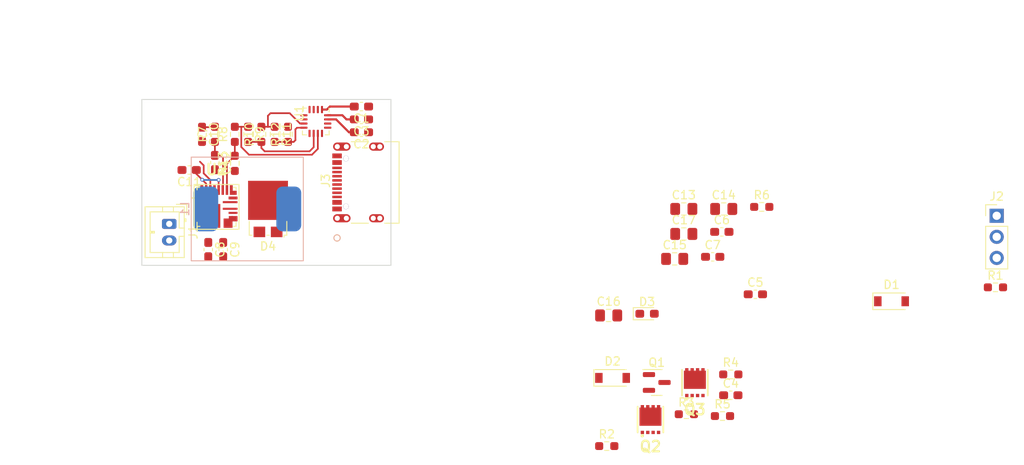
<source format=kicad_pcb>
(kicad_pcb (version 20211014) (generator pcbnew)
  (layers (0 "F.Cu" signal) (1 "In1.Cu" signal) (2 "In2.Cu" signal) (31 "B.Cu" signal) (34 "B.Paste" user) (35 "F.Paste" user) (36 "B.SilkS" user "B.Silkscreen") (37 "F.SilkS" user "F.Silkscreen") (38 "B.Mask" user) (39 "F.Mask" user) (44 "Edge.Cuts" user))
  (net 0 "")
  (net 1 "GND")
  (net 2 "/USB-PD Negotiator/Vin")
  (net 3 "Net-(C2-Pad2)")
  (net 4 "Net-(C3-Pad2)")
  (net 5 "/USB-PD Negotiator/USB_VBUS")
  (net 6 "+BATT")
  (net 7 "Net-(C8-Pad1)")
  (net 8 "Net-(C8-Pad2)")
  (net 9 "Net-(C9-Pad1)")
  (net 10 "Net-(C9-Pad2)")
  (net 11 "Net-(C10-Pad1)")
  (net 12 "Net-(C11-Pad1)")
  (net 13 "Net-(C12-Pad1)")
  (net 14 "Net-(D3-Pad1)")
  (net 15 "Net-(D3-Pad2)")
  (net 16 "/USB-PD Negotiator/SDA")
  (net 17 "/USB-PD Negotiator/SCL")
  (net 18 "/USB-PD Negotiator/USB_CC1")
  (net 19 "Net-(J3-PadA6)")
  (net 20 "Net-(J3-PadA7)")
  (net 22 "/USB-PD Negotiator/USB_CC2")
  (net 24 "Net-(Q1-Pad1)")
  (net 25 "Net-(Q1-Pad3)")
  (net 26 "Net-(Q2-Pad1)")
  (net 27 "Net-(Q2-Pad2)")
  (net 28 "Net-(R5-Pad2)")
  (net 29 "Net-(R13-Pad2)")
  (net 30 "/USB-PD Negotiator/PDO5")
  (net 31 "/USB-PD Negotiator/PDO4")
  (net 32 "/USB-PD Negotiator/PDO3")
  (net 33 "/USB-PD Negotiator/PDO2")
  (footprint "Capacitor_SMD:C_0603_1608Metric_Pad1.08x0.95mm_HandSolder" (layer "F.Cu") (at 139.86 55.96)
    (fp_text reference "C6" (at 0 -1.43) (layer "F.SilkS"))
    (fp_text value "4.7uF 25V")
    (fp_line (start -0.146267 -0.51) (end 0.146267 -0.51) (layer "F.SilkS") (width 0.12))
    (fp_line (start -0.146267 0.51) (end 0.146267 0.51) (layer "F.SilkS") (width 0.12))
    (pad "1" smd roundrect locked (at -0.8625 0) (size 1.075 0.95) (layers "F.Cu" "F.Paste" "F.Mask") (net 1 "GND"))
    (pad "2" smd roundrect locked (at 0.8625 0) (size 1.075 0.95) (layers "F.Cu" "F.Paste" "F.Mask") (net 6 "+BATT"))
  )
  (footprint "Capacitor_SMD:C_0603_1608Metric_Pad1.08x0.95mm_HandSolder" (layer "F.Cu") (at 143.9 63.49)
    (fp_text reference "C5" (at 0 -1.43) (layer "F.SilkS"))
    (fp_text value "4.7uF 25V")
    (fp_line (start -0.146267 0.51) (end 0.146267 0.51) (layer "F.SilkS") (width 0.12))
    (fp_line (start -0.146267 -0.51) (end 0.146267 -0.51) (layer "F.SilkS") (width 0.12))
    (pad "1" smd roundrect locked (at -0.8625 0) (size 1.075 0.95) (layers "F.Cu" "F.Paste" "F.Mask") (net 1 "GND"))
    (pad "2" smd roundrect locked (at 0.8625 0) (size 1.075 0.95) (layers "F.Cu" "F.Paste" "F.Mask") (net 6 "+BATT"))
  )
  (footprint "Capacitor_SMD:C_0603_1608Metric_Pad1.08x0.95mm_HandSolder" (layer "F.Cu") (at 96.45 43.95 180)
    (fp_text reference "C2" (at 0 -1.43) (layer "F.SilkS"))
    (fp_text value "1uF 25V")
    (fp_line (start -0.146267 0.51) (end 0.146267 0.51) (layer "F.SilkS") (width 0.12))
    (fp_line (start -0.146267 -0.51) (end 0.146267 -0.51) (layer "F.SilkS") (width 0.12))
    (pad "1" smd roundrect locked (at -0.8625 0 180) (size 1.075 0.95) (layers "F.Cu" "F.Paste" "F.Mask") (net 1 "GND"))
    (pad "2" smd roundrect locked (at 0.8625 0 180) (size 1.075 0.95) (layers "F.Cu" "F.Paste" "F.Mask") (net 3 "Net-(C2-Pad2)"))
  )
  (footprint "Capacitor_SMD:C_0805_2012Metric_Pad1.18x1.45mm_HandSolder" (layer "F.Cu") (at 134.18 59.22)
    (fp_text reference "C15" (at 0 -1.68) (layer "F.SilkS"))
    (fp_text value "22uF 25V")
    (fp_line (start -0.261252 0.735) (end 0.261252 0.735) (layer "F.SilkS") (width 0.12))
    (fp_line (start -0.261252 -0.735) (end 0.261252 -0.735) (layer "F.SilkS") (width 0.12))
    (pad "1" smd roundrect locked (at -1.0375 0) (size 1.175 1.45) (layers "F.Cu" "F.Paste" "F.Mask") (roundrect_rratio 0.212766) (net 2 "/USB-PD Negotiator/Vin"))
    (pad "2" smd roundrect locked (at 1.0375 0) (size 1.175 1.45) (layers "F.Cu" "F.Paste" "F.Mask") (roundrect_rratio 0.212766) (net 1 "GND"))
  )
  (footprint "Resistor_SMD:R_0603_1608Metric_Pad0.98x0.95mm_HandSolder" (layer "F.Cu") (at 140.94 73.15)
    (fp_text reference "R4" (at 0 -1.43) (layer "F.SilkS"))
    (fp_text value "10k")
    (fp_line (start -0.254724 0.5225) (end 0.254724 0.5225) (layer "F.SilkS") (width 0.12))
    (fp_line (start -0.254724 -0.5225) (end 0.254724 -0.5225) (layer "F.SilkS") (width 0.12))
    (pad "1" smd roundrect locked (at -0.9125 0) (size 0.975 0.95) (layers "F.Cu" "F.Paste" "F.Mask") (net 27 "Net-(Q2-Pad2)"))
    (pad "2" smd roundrect locked (at 0.9125 0) (size 0.975 0.95) (layers "F.Cu" "F.Paste" "F.Mask") (net 26 "Net-(Q2-Pad1)"))
  )
  (footprint "Resistor_SMD:R_0603_1608Metric_Pad0.98x0.95mm_HandSolder" (layer "F.Cu") (at 135.59 77.95)
    (fp_text reference "R3" (at 0 -1.43) (layer "F.SilkS"))
    (fp_text value "10k")
    (fp_line (start -0.254724 0.5225) (end 0.254724 0.5225) (layer "F.SilkS") (width 0.12))
    (fp_line (start -0.254724 -0.5225) (end 0.254724 -0.5225) (layer "F.SilkS") (width 0.12))
    (pad "1" smd roundrect locked (at -0.9125 0) (size 0.975 0.95) (layers "F.Cu" "F.Paste" "F.Mask") (net 2 "/USB-PD Negotiator/Vin"))
    (pad "2" smd roundrect locked (at 0.9125 0) (size 0.975 0.95) (layers "F.Cu" "F.Paste" "F.Mask") (net 24 "Net-(Q1-Pad1)"))
  )
  (footprint "Capacitor_SMD:C_0603_1608Metric_Pad1.08x0.95mm_HandSolder" (layer "F.Cu") (at 77.25 44.2 -90)
    (fp_text reference "C10" (at 0 -1.43 90) (layer "F.SilkS"))
    (fp_text value "Cc")
    (fp_line (start -0.146267 -0.51) (end 0.146267 -0.51) (layer "F.SilkS") (width 0.12))
    (fp_line (start -0.146267 0.51) (end 0.146267 0.51) (layer "F.SilkS") (width 0.12))
    (pad "1" smd roundrect locked (at -0.8625 0 270) (size 1.075 0.95) (layers "F.Cu" "F.Paste" "F.Mask") (net 11 "Net-(C10-Pad1)"))
    (pad "2" smd roundrect locked (at 0.8625 0 270) (size 1.075 0.95) (layers "F.Cu" "F.Paste" "F.Mask") (net 1 "GND"))
  )
  (footprint "footprints:MAX25240AFFFVY" (layer "F.Cu") (at 79 52.949999)
    (fp_text reference "U2" (at 0 -4.5) (layer "F.SilkS") (effects (font (size 1.27 1.27) (thickness 0.254))))
    (fp_text value "MAX25240" hide)
    (fp_line (start 2 2.35) (end 2.35 2.35) (layer "F.SilkS") (width 0.12))
    (fp_line (start 2.35 -2.35) (end 2.05 -2.35) (layer "F.SilkS") (width 0.12))
    (fp_line (start -2.95 -1.075) (end -2.95 -1.075) (layer "F.SilkS") (width 0.1))
    (fp_line (start 2.35 2.35) (end 2.35 1.85) (layer "F.SilkS") (width 0.12))
    (fp_line (start -2.05 -2.35) (end -2.3 -2.35) (layer "F.SilkS") (width 0.12))
    (fp_line (start 2.35 -2.05) (end 2.35 -2.35) (layer "F.SilkS") (width 0.12))
    (fp_line (start -2.35 1.85) (end -2.35 2.35) (layer "F.SilkS") (width 0.12))
    (fp_line (start -2.35 -2.35) (end -2.35 -2.05) (layer "F.SilkS") (width 0.12))
    (fp_line (start -2.85 -1.075) (end -2.85 -1.075) (layer "F.SilkS") (width 0.1))
    (fp_line (start -2.3 -2.35) (end -2.35 -2.35) (layer "F.SilkS") (width 0.12))
    (fp_line (start -2.35 2.35) (end -2 2.35) (layer "F.SilkS") (width 0.12))
    (fp_rect (start -2.7 -2.7) (end 2.7 2.7) (layer "F.SilkS") (width 0.12) (fill none))
    (fp_arc (start -2.85 -1.075) (mid -2.9 -1.025) (end -2.95 -1.075) (layer "F.SilkS") (width 0.1))
    (fp_arc (start -2.95 -1.075) (mid -2.9 -1.125) (end -2.85 -1.075) (layer "F.SilkS") (width 0.1))
    (pad "1" smd rect (at -1.987 -1.075 90) (size 0.35 1.0755) (layers "F.Cu" "F.Paste" "F.Mask") (net 8 "Net-(C8-Pad2)"))
    (pad "2" smd rect (at -1.637 -0.575 90) (size 0.25 1.7755) (layers "F.Cu" "F.Paste" "F.Mask") (net 6 "+BATT"))
    (pad "3" smd rect (at -1.637 0.225 90) (size 0.25 1.7755) (layers "F.Cu" "F.Paste" "F.Mask") (net 6 "+BATT"))
    (pad "4" smd rect (at -1.987 0.725 90) (size 0.25 1.0755) (layers "F.Cu" "F.Paste" "F.Mask"))
    (pad "5" smd rect (at -1.7 1.3 90) (size 0.4 0.45) (layers "F.Cu" "F.Paste" "F.Mask") (net 1 "GND"))
    (pad "5" smd rect (at -2.175 1.425) (size 0.7 0.65) (layers "F.Cu" "F.Paste" "F.Mask") (net 1 "GND"))
    (pad "6" smd rect (at -1.387 1.962 90) (size 1.1255 1.0745) (layers "F.Cu" "F.Paste" "F.Mask") (net 1 "GND"))
    (pad "7" smd rect (at -0.3 1.087) (size 0.3 2.8755) (layers "F.Cu" "F.Paste" "F.Mask") (net 7 "Net-(C8-Pad1)"))
    (pad "8" smd rect (at 0.3 1.087) (size 0.3 2.8755) (layers "F.Cu" "F.Paste" "F.Mask") (net 9 "Net-(C9-Pad1)"))
    (pad "9" smd rect (at 1.387 1.962 90) (size 1.1255 1.075) (layers "F.Cu" "F.Paste" "F.Mask") (net 1 "GND"))
    (pad "10" smd rect (at 1.7 1.3 90) (size 0.4 0.45) (layers "F.Cu" "F.Paste" "F.Mask") (net 1 "GND"))
    (pad "10" smd rect (at 2.175 1.425) (size 0.7 0.65) (layers "F.Cu" "F.Paste" "F.Mask") (net 1 "GND"))
    (pad "11" smd rect (at 1.987 0.725 90) (size 0.25 1.0755) (layers "F.Cu" "F.Paste" "F.Mask"))
    (pad "12" smd rect (at 1.638 0.225 90) (size 0.25 1.7745) (layers "F.Cu" "F.Paste" "F.Mask") (net 2 "/USB-PD Negotiator/Vin"))
    (pad "13" smd rect (at 1.638 -0.575 90) (size 0.25 1.7745) (layers "F.Cu" "F.Paste" "F.Mask") (net 2 "/USB-PD Negotiator/Vin"))
    (pad "14" smd rect (at 1.987 -1.075 90) (size 0.35 1.0755) (layers "F.Cu" "F.Paste" "F.Mask") (net 10 "Net-(C9-Pad2)"))
    (pad "15" smd rect (at 2.013 -1.7 90) (size 0.5 0.825) (layers "F.Cu" "F.Paste" "F.Mask") (net 6 "+BATT"))
    (pad "15" smd rect (at 1.775 -2.28775) (size 0.35 0.6745) (layers "F.Cu" "F.Paste" "F.Mask") (net 6 "+BATT"))
    (pad "16" smd rect (at 1.25 -2.038) (size 0.3 1.175) (layers "F.Cu" "F.Paste" "F.Mask") (net 29 "Net-(R13-Pad2)"))
    (pad "17" smd rect (at 0.75 -2.038) (size 0.3 1.175) (layers "F.Cu" "F.Paste" "F.Mask") (net 13 "Net-(C12-Pad1)"))
    (pad "18" smd rect (at 0.25 -2.038) (size 0.3 1.175) (layers "F.Cu" "F.Paste" "F.Mask") (net 12 "Net-(C11-Pad1)"))
    (pad "19" smd rect (at -0.25 -2.038) (size 0.3 1.175) (layers "F.Cu" "F.Paste" "F.Mask") (net 1 "GND"))
    (pad "20" smd rect (at -0.75 -2.038) (size 0.3 1.175) (layers "F.Cu" "F.Paste" "F.Mask") (net 14 "Net-(D3-Pad1)"))
    (pad "21" smd rect (at -1.25 -2.038) (size 0.3 1.175) (layers "F.Cu" "F.Paste" "F.Mask") (net 12 "Net-(C11-Pad1)"))
    (pad "22" smd rect (at -2.062375 -1.700094 90) (size 0.500312 0.92525) (layers "F.Cu" "F.Paste" "F.Mask") (net 1 "GND"))
    (pad "22" smd rect (at -1.775 -2.28775) (size 0.3505 0.675) (layers "F.Cu" "F.Paste" "F.Mask") (net 1 "GND"))
  )
  (footprint "Capacitor_SMD:C_0603_1608Metric_Pad1.08x0.95mm_HandSolder" (layer "F.Cu") (at 79.8 58.1 -90)
    (fp_text reference "C9" (at 0 -1.43 90) (layer "F.SilkS"))
    (fp_text value "0.1uF 16V")
    (fp_line (start -0.146267 -0.51) (end 0.146267 -0.51) (layer "F.SilkS") (width 0.12))
    (fp_line (start -0.146267 0.51) (end 0.146267 0.51) (layer "F.SilkS") (width 0.12))
    (pad "1" smd roundrect locked (at -0.8625 0 270) (size 1.075 0.95) (layers "F.Cu" "F.Paste" "F.Mask") (net 9 "Net-(C9-Pad1)"))
    (pad "2" smd roundrect locked (at 0.8625 0 270) (size 1.075 0.95) (layers "F.Cu" "F.Paste" "F.Mask") (net 10 "Net-(C9-Pad2)"))
  )
  (footprint "LED_SMD:LED_0603_1608Metric_Pad1.05x0.95mm_HandSolder" (layer "F.Cu") (at 130.855 65.83)
    (fp_text reference "D3" (at 0 -1.43) (layer "F.SilkS"))
    (fp_text value "PGD")
    (fp_line (start 0.8 -0.735) (end -1.66 -0.735) (layer "F.SilkS") (width 0.12))
    (fp_line (start -1.66 -0.735) (end -1.66 0.735) (layer "F.SilkS") (width 0.12))
    (fp_line (start -1.66 0.735) (end 0.8 0.735) (layer "F.SilkS") (width 0.12))
    (pad "1" smd roundrect locked (at -0.875 0) (size 1.05 0.95) (layers "F.Cu" "F.Paste" "F.Mask") (net 14 "Net-(D3-Pad1)"))
    (pad "2" smd roundrect locked (at 0.875 0) (size 1.05 0.95) (layers "F.Cu" "F.Paste" "F.Mask") (net 15 "Net-(D3-Pad2)"))
  )
  (footprint "Capacitor_SMD:C_0603_1608Metric_Pad1.08x0.95mm_HandSolder" (layer "F.Cu") (at 75.7 48.5 180)
    (fp_text reference "C11" (at 0 -1.43) (layer "F.SilkS"))
    (fp_text value "4.7uF 25V")
    (fp_line (start -0.146267 -0.51) (end 0.146267 -0.51) (layer "F.SilkS") (width 0.12))
    (fp_line (start -0.146267 0.51) (end 0.146267 0.51) (layer "F.SilkS") (width 0.12))
    (pad "1" smd roundrect locked (at -0.8625 0 180) (size 1.075 0.95) (layers "F.Cu" "F.Paste" "F.Mask") (net 12 "Net-(C11-Pad1)"))
    (pad "2" smd roundrect locked (at 0.8625 0 180) (size 1.075 0.95) (layers "F.Cu" "F.Paste" "F.Mask") (net 1 "GND"))
  )
  (footprint "Resistor_SMD:R_0603_1608Metric_Pad0.98x0.95mm_HandSolder" (layer "F.Cu") (at 86 44.2 -90)
    (fp_text reference "R11" (at 0 -1.43 90) (layer "F.SilkS"))
    (fp_text value "Rfbb4")
    (fp_line (start -0.254724 -0.5225) (end 0.254724 -0.5225) (layer "F.SilkS") (width 0.12))
    (fp_line (start -0.254724 0.5225) (end 0.254724 0.5225) (layer "F.SilkS") (width 0.12))
    (pad "1" smd roundrect locked (at -0.9125 0 270) (size 0.975 0.95) (layers "F.Cu" "F.Paste" "F.Mask") (net 32 "/USB-PD Negotiator/PDO3"))
    (pad "2" smd roundrect locked (at 0.9125 0 270) (size 0.975 0.95) (layers "F.Cu" "F.Paste" "F.Mask") (net 33 "/USB-PD Negotiator/PDO2"))
  )
  (footprint "footprints:TPCC8105,L1Q" (layer "F.Cu") (at 131.265 78.595)
    (fp_text reference "Q2" (at 0 3.25) (layer "F.SilkS") (effects (font (size 1.27 1.27) (thickness 0.254))))
    (fp_text value "TPCC8105L1Q" hide)
    (fp_line (start 1.55 -1.55) (end 1.55 1.55) (layer "F.SilkS") (width 0.2))
    (fp_line (start -1.55 1.55) (end -1.55 -1.55) (layer "F.SilkS") (width 0.2))
    (fp_circle (center -0.983 1.947) (end -0.983 1.958) (layer "F.SilkS") (width 0.2) (fill none))
    (pad "1" smd rect (at 0.975 1.55 90) (size 0.4 0.4) (layers "F.Cu" "F.Paste" "F.Mask") (net 26 "Net-(Q2-Pad1)"))
    (pad "2" smd rect (at -0.325 1.55 90) (size 0.4 0.4) (layers "F.Cu" "F.Paste" "F.Mask") (net 27 "Net-(Q2-Pad2)"))
    (pad "2" smd rect (at -0.975 1.55 90) (size 0.4 0.4) (layers "F.Cu" "F.Paste" "F.Mask") (net 27 "Net-(Q2-Pad2)"))
    (pad "2" smd rect (at 0.325 1.55 90) (size 0.4 0.4) (layers "F.Cu" "F.Paste" "F.Mask") (net 27 "Net-(Q2-Pad2)"))
    (pad "3" smd rect (at 0 -0.35 90) (size 2.2 2.65) (layers "F.Cu" "F.Paste" "F.Mask") (net 2 "/USB-PD Negotiator/Vin"))
    (pad "3" smd rect (at 0.975 -1.6 90) (size 0.3 0.4) (layers "F.Cu" "F.Paste" "F.Mask") (net 2 "/USB-PD Negotiator/Vin"))
    (pad "3" smd rect (at -0.975 -1.6 90) (size 0.3 0.4) (layers "F.Cu" "F.Paste" "F.Mask") (net 2 "/USB-PD Negotiator/Vin"))
    (pad "3" smd rect (at 0.325 -1.6 90) (size 0.3 0.4) (layers "F.Cu" "F.Paste" "F.Mask") (net 2 "/USB-PD Negotiator/Vin"))
    (pad "3" smd rect (at -0.325 -1.6 90) (size 0.3 0.4) (layers "F.Cu" "F.Paste" "F.Mask") (net 2 "/USB-PD Negotiator/Vin"))
  )
  (footprint "Resistor_SMD:R_0603_1608Metric_Pad0.98x0.95mm_HandSolder" (layer "F.Cu") (at 81.2 47.7 90)
    (fp_text reference "R13" (at 0 -1.43 90) (layer "F.SilkS"))
    (fp_text value "Rfbt")
    (fp_line (start -0.254724 0.5225) (end 0.254724 0.5225) (layer "F.SilkS") (width 0.12))
    (fp_line (start -0.254724 -0.5225) (end 0.254724 -0.5225) (layer "F.SilkS") (width 0.12))
    (pad "1" smd roundrect locked (at -0.9125 0 90) (size 0.975 0.95) (layers "F.Cu" "F.Paste" "F.Mask") (net 2 "/USB-PD Negotiator/Vin"))
    (pad "2" smd roundrect locked (at 0.9125 0 90) (size 0.975 0.95) (layers "F.Cu" "F.Paste" "F.Mask") (net 29 "Net-(R13-Pad2)"))
  )
  (footprint "Resistor_SMD:R_0603_1608Metric_Pad0.98x0.95mm_HandSolder" (layer "F.Cu") (at 87.6 44.2 90)
    (fp_text reference "R12" (at 0 -1.43 90) (layer "F.SilkS"))
    (fp_text value "Rfbb5")
    (fp_line (start -0.254724 -0.5225) (end 0.254724 -0.5225) (layer "F.SilkS") (width 0.12))
    (fp_line (start -0.254724 0.5225) (end 0.254724 0.5225) (layer "F.SilkS") (width 0.12))
    (pad "1" smd roundrect locked (at -0.9125 0 90) (size 0.975 0.95) (layers "F.Cu" "F.Paste" "F.Mask") (net 33 "/USB-PD Negotiator/PDO2"))
    (pad "2" smd roundrect locked (at 0.9125 0 90) (size 0.975 0.95) (layers "F.Cu" "F.Paste" "F.Mask") (net 1 "GND"))
  )
  (footprint "Capacitor_SMD:C_0805_2012Metric_Pad1.18x1.45mm_HandSolder" (layer "F.Cu") (at 135.28 53.2)
    (fp_text reference "C13" (at 0 -1.68) (layer "F.SilkS"))
    (fp_text value "22uF 25V")
    (fp_line (start -0.261252 -0.735) (end 0.261252 -0.735) (layer "F.SilkS") (width 0.12))
    (fp_line (start -0.261252 0.735) (end 0.261252 0.735) (layer "F.SilkS") (width 0.12))
    (pad "1" smd roundrect locked (at -1.0375 0) (size 1.175 1.45) (layers "F.Cu" "F.Paste" "F.Mask") (roundrect_rratio 0.212766) (net 2 "/USB-PD Negotiator/Vin"))
    (pad "2" smd roundrect locked (at 1.0375 0) (size 1.175 1.45) (layers "F.Cu" "F.Paste" "F.Mask") (roundrect_rratio 0.212766) (net 1 "GND"))
  )
  (footprint "footprints:USB4105-GF-A" (layer "F.Cu") (at 97 50 90)
    (fp_text reference "J3" (at 0.2 -4.85 90) (layer "F.SilkS"))
    (fp_text value "USB_C_Receptacle_USB2.0" hide)
    (fp_circle (center -6.6929 -3.4858) (end -6.3119 -3.4858) (layer "B.SilkS") (width 0.12) (fill none))
    (fp_line (start -4.9149 -1.776026) (end -4.9149 0.286826) (layer "F.SilkS") (width 0.12))
    (fp_line (start -4.9149 3.9878) (end 4.9149 3.9878) (layer "F.SilkS") (width 0.12))
    (fp_line (start 4.9149 0.286826) (end 4.9149 -1.776026) (layer "F.SilkS") (width 0.12))
    (fp_line (start -4.9149 2.251574) (end -4.9149 3.9878) (layer "F.SilkS") (width 0.12))
    (fp_line (start 4.9149 3.9878) (end 4.9149 2.251574) (layer "F.SilkS") (width 0.12))
    (fp_circle (center -6.6929 -3.4858) (end -6.3119 -3.4858) (layer "F.SilkS") (width 0.12) (fill none))
    (pad "" np_thru_hole circle (at 4.32 1.6629 90) (size 0.6096 0.6096) (drill 0.6096) (layers *.Cu *.Mask))
    (pad "" np_thru_hole circle (at 4.32 0.8755 90) (size 0.6096 0.6096) (drill 0.6096) (layers *.Cu *.Mask))
    (pad "" np_thru_hole circle (at 4.32 -2.3647 90) (size 0.6096 0.6096) (drill 0.6096) (layers *.Cu *.Mask))
    (pad "" np_thru_hole circle (at -4.320002 -2.3647 90) (size 0.6096 0.6096) (drill 0.6096) (layers *.Cu *.Mask))
    (pad "" np_thru_hole circle (at 4.32 -3.4569 90) (size 0.6096 0.6096) (drill 0.6096) (layers *.Cu *.Mask))
    (pad "" np_thru_hole circle (at -4.320002 -3.4569 90) (size 0.6096 0.6096) (drill 0.6096) (layers *.Cu *.Mask))
    (pad "" np_thru_hole circle (at -4.32 1.6629 90) (size 0.6096 0.6096) (drill 0.6096) (layers *.Cu *.Mask))
    (pad "" np_thru_hole circle (at -4.32 0.8755 90) (size 0.6096 0.6096) (drill 0.6096) (layers *.Cu *.Mask))
    (pad "17" thru_hole circle (at -2.889999 -2.410801 90) (size 0.6604 0.6604) (drill 0.6604) (layers *.Cu *.Mask))
    (pad "18" thru_hole circle (at 2.889999 -2.410801 90) (size 0.6604 0.6604) (drill 0.6604) (layers *.Cu *.Mask))
    (pad "A1" smd rect (at -3.2 -3.4858 90) (size 0.5842 1.143) (layers "F.Cu" "F.Paste" "F.Mask") (net 1 "GND"))
    (pad "A4" smd rect (at -2.400001 -3.4858 90) (size 0.5842 1.143) (layers "F.Cu" "F.Paste" "F.Mask") (net 5 "/USB-PD Negotiator/USB_VBUS"))
    (pad "A5" smd rect (at -1.25 -3.4858 90) (size 0.3048 1.143) (layers "F.Cu" "F.Paste" "F.Mask") (net 18 "/USB-PD Negotiator/USB_CC1"))
    (pad "A6" smd rect (at -0.25 -3.4858 90) (size 0.3048 1.143) (layers "F.Cu" "F.Paste" "F.Mask") (net 19 "Net-(J3-PadA6)"))
    (pad "A7" smd rect (at 0.25 -3.4858 90) (size 0.3048 1.143) (layers "F.Cu" "F.Paste" "F.Mask") (net 20 "Net-(J3-PadA7)"))
    (pad "A8" smd rect (at 1.25 -3.4858 90) (size 0.3048 1.143) (layers "F.Cu" "F.Paste" "F.Mask"))
    (pad "B1" smd rect (at 3.2 -3.4858 90) (size 0.5842 1.143) (layers "F.Cu" "F.Paste" "F.Mask") (net 1 "GND"))
    (pad "B5" smd rect (at 1.749999 -3.4858 90) (size 0.3048 1.143) (layers "F.Cu" "F.Paste" "F.Mask") (net 22 "/USB-PD Negotiator/USB_CC2"))
    (pad "B6" smd rect (at 0.750001 -3.4858 90) (size 0.3048 1.143) (layers "F.Cu" "F.Paste" "F.Mask") (net 19 "Net-(J3-PadA6)"))
    (pad "B7" smd rect (at -0.750001 -3.4858 90) (size 0.3048 1.143) (layers "F.Cu" "F.Paste" "F.Mask") (net 20 "Net-(J3-PadA7)"))
    (pad "B8" smd rect (at -1.749999 -3.4858 90) (size 0.3048 1.143) (layers "F.Cu" "F.Paste" "F.Mask"))
    (pad "B9" smd rect (at 2.400001 -3.4858 90) (size 0.5842 1.143) (layers "F.Cu" "F.Paste" "F.Mask") (net 5 "/USB-PD Negotiator/USB_VBUS"))
    (pad "S1" smd oval (at -4.320002 -2.9108 90) (size 0.9906 2.1082) (layers "F.Cu" "F.Paste" "F.Mask") (net 1 "GND"))
    (pad "S1" smd oval (at -4.320002 1.2692 90) (size 0.9906 1.8034) (layers "F.Cu" "F.Paste" "F.Mask") (net 1 "GND"))
    (pad "S1" smd oval (at 4.320002 -2.9108 90) (size 0.9906 2.1082) (layers "F.Cu" "F.Paste" "F.Mask") (net 1 "GND"))
    (pad "S1" smd oval (at 4.320002 1.2692 90) (size 0.9906 1.8034) (layers "F.Cu" "F.Paste" "F.Mask") (net 1 "GND"))
  )
  (footprint "Capacitor_SMD:C_0805_2012Metric_Pad1.18x1.45mm_HandSolder" (layer "F.Cu") (at 135.28 56.21)
    (fp_text reference "C17" (at 0 -1.68) (layer "F.SilkS"))
    (fp_text value "22uF 25V")
    (fp_line (start -0.261252 -0.735) (end 0.261252 -0.735) (layer "F.SilkS") (width 0.12))
    (fp_line (start -0.261252 0.735) (end 0.261252 0.735) (layer "F.SilkS") (width 0.12))
    (pad "1" smd roundrect locked (at -1.0375 0) (size 1.175 1.45) (layers "F.Cu" "F.Paste" "F.Mask") (roundrect_rratio 0.212766) (net 2 "/USB-PD Negotiator/Vin"))
    (pad "2" smd roundrect locked (at 1.0375 0) (size 1.175 1.45) (layers "F.Cu" "F.Paste" "F.Mask") (roundrect_rratio 0.212766) (net 1 "GND"))
  )
  (footprint "Capacitor_SMD:C_0603_1608Metric_Pad1.08x0.95mm_HandSolder" (layer "F.Cu") (at 96.45 40.85 180)
    (fp_text reference "C1" (at 0 -1.43) (layer "F.SilkS"))
    (fp_text value "1uF 25V")
    (fp_line (start -0.146267 0.51) (end 0.146267 0.51) (layer "F.SilkS") (width 0.12))
    (fp_line (start -0.146267 -0.51) (end 0.146267 -0.51) (layer "F.SilkS") (width 0.12))
    (pad "1" smd roundrect locked (at -0.8625 0 180) (size 1.075 0.95) (layers "F.Cu" "F.Paste" "F.Mask") (net 1 "GND"))
    (pad "2" smd roundrect locked (at 0.8625 0 180) (size 1.075 0.95) (layers "F.Cu" "F.Paste" "F.Mask") (net 2 "/USB-PD Negotiator/Vin"))
  )
  (footprint "Resistor_SMD:R_0603_1608Metric_Pad0.98x0.95mm_HandSolder" (layer "F.Cu") (at 172.82 62.65)
    (fp_text reference "R1" (at 0 -1.43) (layer "F.SilkS"))
    (fp_text value "100R")
    (fp_line (start -0.254724 -0.5225) (end 0.254724 -0.5225) (layer "F.SilkS") (width 0.12))
    (fp_line (start -0.254724 0.5225) (end 0.254724 0.5225) (layer "F.SilkS") (width 0.12))
    (pad "1" smd roundrect locked (at -0.9125 0) (size 0.975 0.95) (layers "F.Cu" "F.Paste" "F.Mask") (net 20 "Net-(J3-PadA7)"))
    (pad "2" smd roundrect locked (at 0.9125 0) (size 0.975 0.95) (layers "F.Cu" "F.Paste" "F.Mask") (net 19 "Net-(J3-PadA6)"))
  )
  (footprint "footprints:TPCC8105,L1Q" (layer "F.Cu") (at 136.615 74.145)
    (fp_text reference "Q3" (at 0 3.25) (layer "F.SilkS") (effects (font (size 1.27 1.27) (thickness 0.254))))
    (fp_text value "TPCC8105L1Q" hide)
    (fp_line (start -1.55 1.55) (end -1.55 -1.55) (layer "F.SilkS") (width 0.2))
    (fp_line (start 1.55 -1.55) (end 1.55 1.55) (layer "F.SilkS") (width 0.2))
    (fp_circle (center -0.983 1.947) (end -0.983 1.958) (layer "F.SilkS") (width 0.2) (fill none))
    (pad "1" smd rect (at 0.975 1.55 90) (size 0.4 0.4) (layers "F.Cu" "F.Paste" "F.Mask") (net 26 "Net-(Q2-Pad1)"))
    (pad "2" smd rect (at 0.325 1.55 90) (size 0.4 0.4) (layers "F.Cu" "F.Paste" "F.Mask") (net 27 "Net-(Q2-Pad2)"))
    (pad "2" smd rect (at -0.975 1.55 90) (size 0.4 0.4) (layers "F.Cu" "F.Paste" "F.Mask") (net 27 "Net-(Q2-Pad2)"))
    (pad "2" smd rect (at -0.325 1.55 90) (size 0.4 0.4) (layers "F.Cu" "F.Paste" "F.Mask") (net 27 "Net-(Q2-Pad2)"))
    (pad "3" smd rect (at -0.975 -1.6 90) (size 0.3 0.4) (layers "F.Cu" "F.Paste" "F.Mask") (net 5 "/USB-PD Negotiator/USB_VBUS"))
    (pad "3" smd rect (at -0.325 -1.6 90) (size 0.3 0.4) (layers "F.Cu" "F.Paste" "F.Mask") (net 5 "/USB-PD Negotiator/USB_VBUS"))
    (pad "3" smd rect (at 0.325 -1.6 90) (size 0.3 0.4) (layers "F.Cu" "F.Paste" "F.Mask") (net 5 "/USB-PD Negotiator/USB_VBUS"))
    (pad "3" smd rect (at 0.975 -1.6 90) (size 0.3 0.4) (layers "F.Cu" "F.Paste" "F.Mask") (net 5 "/USB-PD Negotiator/USB_VBUS"))
    (pad "3" smd rect (at 0 -0.35 90) (size 2.2 2.65) (layers "F.Cu" "F.Paste" "F.Mask") (net 5 "/USB-PD Negotiator/USB_VBUS"))
  )
  (footprint "Capacitor_SMD:C_0603_1608Metric_Pad1.08x0.95mm_HandSolder" (layer "F.Cu") (at 78 58.1 -90)
    (fp_text reference "C8" (at 0 -1.43 90) (layer "F.SilkS"))
    (fp_text value "0.1uF 16V")
    (fp_line (start -0.146267 -0.51) (end 0.146267 -0.51) (layer "F.SilkS") (width 0.12))
    (fp_line (start -0.146267 0.51) (end 0.146267 0.51) (layer "F.SilkS") (width 0.12))
    (pad "1" smd roundrect locked (at -0.8625 0 270) (size 1.075 0.95) (layers "F.Cu" "F.Paste" "F.Mask") (net 7 "Net-(C8-Pad1)"))
    (pad "2" smd roundrect locked (at 0.8625 0 270) (size 1.075 0.95) (layers "F.Cu" "F.Paste" "F.Mask") (net 8 "Net-(C8-Pad2)"))
  )
  (footprint "footprints:TMBS-TO-277A" (layer "F.Cu") (at 85.2 53.2 180)
    (fp_text reference "D4" (at 0 -4.5) (layer "F.SilkS"))
    (fp_text value "V8PL6-M3/86A")
    (fp_line (start -2.26 -3.16) (end -2.26 -1.5) (layer "F.SilkS") (width 0.12))
    (fp_line (start 2.26 -1.5) (end 2.26 -3.16) (layer "F.SilkS") (width 0.12))
    (fp_line (start -1.92 -3.16) (end -2.26 -3.16) (layer "F.SilkS") (width 0.12))
    (fp_line (start 2.26 -3.16) (end 1.92 -3.16) (layer "F.SilkS") (width 0.12))
    (fp_line (start -1.92 -3.4) (end -1.92 -3.16) (layer "F.SilkS") (width 0.12))
    (fp_line (start -0.16 -3.16) (end 0.16 -3.16) (layer "F.SilkS") (width 0.12))
    (pad "1" smd rect (at 0 1.04 180) (size 4.8 4.72) (layers "F.Cu" "F.Mask") (net 2 "/USB-PD Negotiator/Vin"))
    (pad "2" smd rect (at 1.04 -2.765 180) (size 1.4 1.27) (layers "F.Cu" "F.Paste" "F.Mask") (net 9 "Net-(C9-Pad1)"))
    (pad "2" smd rect (at -1.04 -2.765 180) (size 1.4 1.27) (layers "F.Cu" "F.Paste" "F.Mask") (net 9 "Net-(C9-Pad1)"))
  )
  (footprint "Connector_JST:JST_PH_B2B-PH-K_1x02_P2.00mm_Vertical" (layer "F.Cu") (at 73.3 55 -90)
    (fp_text reference "J1" (at 1 -2.9 90) (layer "F.SilkS"))
    (fp_text value "+BAT")
    (fp_line (start -1.45 2.3) (end 3.45 2.3) (layer "F.SilkS") (width 0.12))
    (fp_line (start -2.06 -1.81) (end -2.06 2.91) (layer "F.SilkS") (width 0.12))
    (fp_line (start -0.3 -1.91) (end -0.6 -1.91) (layer "F.SilkS") (width 0.12))
    (fp_line (start -1.45 -1.2) (end -1.45 2.3) (layer "F.SilkS") (width 0.12))
    (fp_line (start 1.1 1.8) (end 1.1 2.3) (layer "F.SilkS") (width 0.12))
    (fp_line (start -0.3 -2.01) (end -0.6 -2.01) (layer "F.SilkS") (width 0.12))
    (fp_line (start -2.06 0.8) (end -1.45 0.8) (layer "F.SilkS") (width 0.12))
    (fp_line (start 1 2.3) (end 1 1.8) (layer "F.SilkS") (width 0.12))
    (fp_line (start 0.9 2.3) (end 0.9 1.8) (layer "F.SilkS") (width 0.12))
    (fp_line (start -1.11 -2.11) (end -2.36 -2.11) (layer "F.SilkS") (width 0.12))
    (fp_line (start -2.06 -0.5) (end -1.45 -0.5) (layer "F.SilkS") (width 0.12))
    (fp_line (start 0.5 -1.81) (end 0.5 -1.2) (layer "F.SilkS") (width 0.12))
    (fp_line (start 4.06 -0.5) (end 3.45 -0.5) (layer "F.SilkS") (width 0.12))
    (fp_line (start -0.6 -2.01) (end -0.6 -1.81) (layer "F.SilkS") (width 0.12))
    (fp_line (start 1.5 -1.2) (end 1.5 -1.81) (layer "F.SilkS") (width 0.12))
    (fp_line (start 4.06 0.8) (end 3.45 0.8) (layer "F.SilkS") (width 0.12))
    (fp_line (start 0.5 -1.2) (end -1.45 -1.2) (layer "F.SilkS") (width 0.12))
    (fp_line (start 3.45 2.3) (end 3.45 -1.2) (layer "F.SilkS") (width 0.12))
    (fp_line (start 4.06 -1.81) (end -2.06 -1.81) (layer "F.SilkS") (width 0.12))
    (fp_line (start -0.3 -1.81) (end -0.3 -2.01) (layer "F.SilkS") (width 0.12))
    (fp_line (start 4.06 2.91) (end 4.06 -1.81) (layer "F.SilkS") (width 0.12))
    (fp_line (start 3.45 -1.2) (end 1.5 -1.2) (layer "F.SilkS") (width 0.12))
    (fp_line (start -2.36 -2.11) (end -2.36 -0.86) (layer "F.SilkS") (width 0.12))
    (fp_line (start -2.06 2.91) (end 4.06 2.91) (layer "F.SilkS") (width 0.12))
    (fp_line (start 0.9 1.8) (end 1.1 1.8) (layer "F.SilkS") (width 0.12))
    (pad "1" thru_hole roundrect locked (at 0 0 270) (size 1.2 1.75) (drill 0.75) (layers *.Cu *.Mask) (roundrect_rratio 0.208333) (net 6 "+BATT"))
    (pad "2" thru_hole oval locked (at 2 0 270) (size 1.2 1.75) (drill 0.75) (layers *.Cu *.Mask) (net 1 "GND"))
  )
  (footprint "Resistor_SMD:R_0603_1608Metric_Pad0.98x0.95mm_HandSolder" (layer "F.Cu") (at 139.94 78.17)
    (fp_text reference "R5" (at 0 -1.43) (layer "F.SilkS"))
    (fp_text value "2k2")
    (fp_line (start -0.254724 -0.5225) (end 0.254724 -0.5225) (layer "F.SilkS") (width 0.12))
    (fp_line (start -0.254724 0.5225) (end 0.254724 0.5225) (layer "F.SilkS") (width 0.12))
    (pad "1" smd roundrect locked (at -0.9125 0) (size 0.975 0.95) (layers "F.Cu" "F.Paste" "F.Mask") (net 26 "Net-(Q2-Pad1)"))
    (pad "2" smd roundrect locked (at 0.9125 0) (size 0.975 0.95) (layers "F.Cu" "F.Paste" "F.Mask") (net 28 "Net-(R5-Pad2)"))
  )
  (footprint "Resistor_SMD:R_0603_1608Metric_Pad0.98x0.95mm_HandSolder" (layer "F.Cu") (at 78.8 44.2 90)
    (fp_text reference "R7" (at 0 -1.43 90) (layer "F.SilkS"))
    (fp_text value "Rc")
    (fp_line (start -0.254724 0.5225) (end 0.254724 0.5225) (layer "F.SilkS") (width 0.12))
    (fp_line (start -0.254724 -0.5225) (end 0.254724 -0.5225) (layer "F.SilkS") (width 0.12))
    (pad "1" smd roundrect locked (at -0.9125 0 90) (size 0.975 0.95) (layers "F.Cu" "F.Paste" "F.Mask") (net 13 "Net-(C12-Pad1)"))
    (pad "2" smd roundrect locked (at 0.9125 0 90) (size 0.975 0.95) (layers "F.Cu" "F.Paste" "F.Mask") (net 11 "Net-(C10-Pad1)"))
  )
  (footprint "Capacitor_SMD:C_0603_1608Metric_Pad1.08x0.95mm_HandSolder" (layer "F.Cu") (at 96.45 42.4 180)
    (fp_text reference "C3" (at 0 -1.43) (layer "F.SilkS"))
    (fp_text value "1uF 25V")
    (fp_line (start -0.146267 -0.51) (end 0.146267 -0.51) (layer "F.SilkS") (width 0.12))
    (fp_line (start -0.146267 0.51) (end 0.146267 0.51) (layer "F.SilkS") (width 0.12))
    (pad "1" smd roundrect locked (at -0.8625 0 180) (size 1.075 0.95) (layers "F.Cu" "F.Paste" "F.Mask") (net 1 "GND"))
    (pad "2" smd roundrect locked (at 0.8625 0 180) (size 1.075 0.95) (layers "F.Cu" "F.Paste" "F.Mask") (net 4 "Net-(C3-Pad2)"))
  )
  (footprint "Capacitor_SMD:C_0805_2012Metric_Pad1.18x1.45mm_HandSolder" (layer "F.Cu") (at 140.09 53.2)
    (fp_text reference "C14" (at 0 -1.68) (layer "F.SilkS"))
    (fp_text value "22uF 25V")
    (fp_line (start -0.261252 0.735) (end 0.261252 0.735) (layer "F.SilkS") (width 0.12))
    (fp_line (start -0.261252 -0.735) (end 0.261252 -0.735) (layer "F.SilkS") (width 0.12))
    (pad "1" smd roundrect locked (at -1.0375 0) (size 1.175 1.45) (layers "F.Cu" "F.Paste" "F.Mask") (roundrect_rratio 0.212766) (net 2 "/USB-PD Negotiator/Vin"))
    (pad "2" smd roundrect locked (at 1.0375 0) (size 1.175 1.45) (layers "F.Cu" "F.Paste" "F.Mask") (roundrect_rratio 0.212766) (net 1 "GND"))
  )
  (footprint "Resistor_SMD:R_0603_1608Metric_Pad0.98x0.95mm_HandSolder" (layer "F.Cu") (at 84.4 44.2 90)
    (fp_text reference "R10" (at 0 -1.43 90) (layer "F.SilkS"))
    (fp_text value "Rfbb3")
    (fp_line (start -0.254724 0.5225) (end 0.254724 0.5225) (layer "F.SilkS") (width 0.12))
    (fp_line (start -0.254724 -0.5225) (end 0.254724 -0.5225) (layer "F.SilkS") (width 0.12))
    (pad "1" smd roundrect locked (at -0.9125 0 90) (size 0.975 0.95) (layers "F.Cu" "F.Paste" "F.Mask") (net 31 "/USB-PD Negotiator/PDO4"))
    (pad "2" smd roundrect locked (at 0.9125 0 90) (size 0.975 0.95) (layers "F.Cu" "F.Paste" "F.Mask") (net 32 "/USB-PD Negotiator/PDO3"))
  )
  (footprint "Package_TO_SOT_SMD:SOT-23" (layer "F.Cu") (at 132.02 74.12)
    (fp_text reference "Q1" (at 0 -2.4) (layer "F.SilkS"))
    (fp_text value "BSS138")
    (fp_line (start 0 1.56) (end 0.65 1.56) (layer "F.SilkS") (width 0.12))
    (fp_line (start 0 -1.56) (end 0.65 -1.56) (layer "F.SilkS") (width 0.12))
    (fp_line (start 0 -1.56) (end -1.675 -1.56) (layer "F.SilkS") (width 0.12))
    (fp_line (start 0 1.56) (end -0.65 1.56) (layer "F.SilkS") (width 0.12))
    (pad "1" smd roundrect locked (at -0.9375 -0.95) (size 1.475 0.6) (layers "F.Cu" "F.Paste" "F.Mask") (net 24 "Net-(Q1-Pad1)"))
    (pad "2" smd roundrect locked (at -0.9375 0.95) (size 1.475 0.6) (layers "F.Cu" "F.Paste" "F.Mask") (net 1 "GND"))
    (pad "3" smd roundrect locked (at 0.9375 0) (size 1.475 0.6) (layers "F.Cu" "F.Paste" "F.Mask") (net 25 "Net-(Q1-Pad3)"))
  )
  (footprint "Capacitor_SMD:C_0805_2012Metric_Pad1.18x1.45mm_HandSolder" (layer "F.Cu") (at 126.23 66.04)
    (fp_text reference "C16" (at 0 -1.68) (layer "F.SilkS"))
    (fp_text value "22uF 25V")
    (fp_line (start -0.261252 -0.735) (end 0.261252 -0.735) (layer "F.SilkS") (width 0.12))
    (fp_line (start -0.261252 0.735) (end 0.261252 0.735) (layer "F.SilkS") (width 0.12))
    (pad "1" smd roundrect locked (at -1.0375 0) (size 1.175 1.45) (layers "F.Cu" "F.Paste" "F.Mask") (roundrect_rratio 0.212766) (net 2 "/USB-PD Negotiator/Vin"))
    (pad "2" smd roundrect locked (at 1.0375 0) (size 1.175 1.45) (layers "F.Cu" "F.Paste" "F.Mask") (roundrect_rratio 0.212766) (net 1 "GND"))
  )
  (footprint "Resistor_SMD:R_0603_1608Metric_Pad0.98x0.95mm_HandSolder" (layer "F.Cu") (at 144.67 52.95)
    (fp_text reference "R6" (at 0 -1.43) (layer "F.SilkS"))
    (fp_text value "7k5")
    (fp_line (start -0.254724 0.5225) (end 0.254724 0.5225) (layer "F.SilkS") (width 0.12))
    (fp_line (start -0.254724 -0.5225) (end 0.254724 -0.5225) (layer "F.SilkS") (width 0.12))
    (pad "1" smd roundrect locked (at -0.9125 0) (size 0.975 0.95) (layers "F.Cu" "F.Paste" "F.Mask") (net 6 "+BATT"))
    (pad "2" smd roundrect locked (at 0.9125 0) (size 0.975 0.95) (layers "F.Cu" "F.Paste" "F.Mask") (net 15 "Net-(D3-Pad2)"))
  )
  (footprint "Capacitor_SMD:C_0603_1608Metric_Pad1.08x0.95mm_HandSolder" (layer "F.Cu") (at 140.94 75.66)
    (fp_text reference "C4" (at 0 -1.43) (layer "F.SilkS"))
    (fp_text value "10UF 35V")
    (fp_line (start -0.146267 -0.51) (end 0.146267 -0.51) (layer "F.SilkS") (width 0.12))
    (fp_line (start -0.146267 0.51) (end 0.146267 0.51) (layer "F.SilkS") (width 0.12))
    (pad "1" smd roundrect locked (at -0.8625 0) (size 1.075 0.95) (layers "F.Cu" "F.Paste" "F.Mask") (net 1 "GND"))
    (pad "2" smd roundrect locked (at 0.8625 0) (size 1.075 0.95) (layers "F.Cu" "F.Paste" "F.Mask") (net 5 "/USB-PD Negotiator/USB_VBUS"))
  )
  (footprint "Capacitor_SMD:C_0603_1608Metric_Pad1.08x0.95mm_HandSolder" (layer "F.Cu") (at 138.76 58.97)
    (fp_text reference "C7" (at 0 -1.43) (layer "F.SilkS"))
    (fp_text value "4.7uF 25V")
    (fp_line (start -0.146267 -0.51) (end 0.146267 -0.51) (layer "F.SilkS") (width 0.12))
    (fp_line (start -0.146267 0.51) (end 0.146267 0.51) (layer "F.SilkS") (width 0.12))
    (pad "1" smd roundrect locked (at -0.8625 0) (size 1.075 0.95) (layers "F.Cu" "F.Paste" "F.Mask") (net 1 "GND"))
    (pad "2" smd roundrect locked (at 0.8625 0) (size 1.075 0.95) (layers "F.Cu" "F.Paste" "F.Mask") (net 6 "+BATT"))
  )
  (footprint "Resistor_SMD:R_0603_1608Metric_Pad0.98x0.95mm_HandSolder" (layer "F.Cu") (at 81.2 44.2 90)
    (fp_text reference "R8" (at 0 -1.43 90) (layer "F.SilkS"))
    (fp_text value "Rfbb1")
    (fp_line (start -0.254724 0.5225) (end 0.254724 0.5225) (layer "F.SilkS") (width 0.12))
    (fp_line (start -0.254724 -0.5225) (end 0.254724 -0.5225) (layer "F.SilkS") (width 0.12))
    (pad "1" smd roundrect locked (at -0.9125 0 90) (size 0.975 0.95) (layers "F.Cu" "F.Paste" "F.Mask") (net 29 "Net-(R13-Pad2)"))
    (pad "2" smd roundrect locked (at 0.9125 0 90) (size 0.975 0.95) (layers "F.Cu" "F.Paste" "F.Mask") (net 30 "/USB-PD Negotiator/PDO5"))
  )
  (footprint "Resistor_SMD:R_0603_1608Metric_Pad0.98x0.95mm_HandSolder" (layer "F.Cu") (at 126 81.79)
    (fp_text reference "R2" (at 0 -1.43) (layer "F.SilkS"))
    (fp_text value "1k2")
    (fp_line (start -0.254724 0.5225) (end 0.254724 0.5225) (layer "F.SilkS") (width 0.12))
    (fp_line (start -0.254724 -0.5225) (end 0.254724 -0.5225) (layer "F.SilkS") (width 0.12))
    (pad "1" smd roundrect locked (at -0.9125 0) (size 0.975 0.95) (layers "F.Cu" "F.Paste" "F.Mask") (net 2 "/USB-PD Negotiator/Vin"))
    (pad "2" smd roundrect locked (at 0.9125 0) (size 0.975 0.95) (layers "F.Cu" "F.Paste" "F.Mask") (net 25 "Net-(Q1-Pad3)"))
  )
  (footprint "footprints:QFN-16-1EP_3x3mm_P0.5mm" (layer "F.Cu") (at 90.95 42.65 -90)
    (fp_text reference "U1" (at -1 1.98 90) (layer "F.SilkS"))
    (fp_text value "STUSB4710AQ1")
    (fp_line (start 1.61 -1.61) (end 1.61 -1.135) (layer "F.SilkS") (width 0.12))
    (fp_line (start -1.61 1.61) (end -1.61 1.135) (layer "F.SilkS") (width 0.12))
    (fp_line (start 1.135 -1.61) (end 1.61 -1.61) (layer "F.SilkS") (width 0.12))
    (fp_line (start -1.135 -1.61) (end -1.61 -1.61) (layer "F.SilkS") (width 0.12))
    (fp_line (start 1.135 1.61) (end 1.61 1.61) (layer "F.SilkS") (width 0.12))
    (fp_line (start -1.135 1.61) (end -1.61 1.61) (layer "F.SilkS") (width 0.12))
    (fp_line (start 1.61 1.61) (end 1.61 1.135) (layer "F.SilkS") (width 0.12))
    (pad "1" smd roundrect (at -1.4375 -0.75 270) (size 0.875 0.25) (layers "F.Cu" "F.Paste" "F.Mask") (net 2 "/USB-PD Negotiator/Vin"))
    (pad "2" smd roundrect (at -1.4375 -0.25 270) (size 0.875 0.25) (layers "F.Cu" "F.Paste" "F.Mask") (net 18 "/USB-PD Negotiator/USB_CC1"))
    (pad "3" smd roundrect (at -1.4375 0.25 270) (size 0.875 0.25) (layers "F.Cu" "F.Paste" "F.Mask") (net 22 "/USB-PD Negotiator/USB_CC2"))
    (pad "4" smd roundrect (at -1.4375 0.75 270) (size 0.875 0.25) (layers "F.Cu" "F.Paste" "F.Mask") (net 17 "/USB-PD Negotiator/SCL"))
    (pad "5" smd roundrect (at -0.75 1.4375 270) (size 0.25 0.875) (layers "F.Cu" "F.Paste" "F.Mask") (net 16 "/USB-PD Negotiator/SDA"))
    (pad "6" smd roundrect (at -0.25 1.4375 270) (size 0.25 0.875) (layers "F.Cu" "F.Paste" "F.Mask") (net 1 "GND"))
    (pad "7" smd roundrect (at 0.25 1.4375 270) (size 0.25 0.875) (layers "F.Cu" "F.Paste" "F.Mask") (net 32 "/USB-PD Negotiator/PDO3"))
    (pad "8" smd roundrect (at 0.75 1.4375 270) (size 0.25 0.875) (layers "F.Cu" "F.Paste" "F.Mask") (net 33 "/USB-PD Negotiator/PDO2"))
    (pad "9" smd roundrect (at 1.4375 0.75 270) (size 0.875 0.25) (layers "F.Cu" "F.Paste" "F.Mask") (net 1 "GND"))
    (pad "10" smd roundrect (at 1.4375 0.25 270) (size 0.875 0.25) (layers "F.Cu" "F.Paste" "F.Mask") (net 31 "/USB-PD Negotiator/PDO4"))
    (pad "11" smd roundrect (at 1.4375 -0.25 270) (size 0.875 0.25) (layers "F.Cu" "F.Paste" "F.Mask") (net 30 "/USB-PD Negotiator/PDO5"))
    (pad "12" smd roundrect (at 1.4375 -0.75 270) (size 0.875 0.25) (layers "F.Cu" "F.Paste" "F.Mask") (net 5 "/USB-PD Negotiator/USB_VBUS"))
    (pad "13" smd roundrect (at 0.75 -1.4375 270) (size 0.25 0.875) (layers "F.Cu" "F.Paste" "F.Mask") (net 24 "Net-(Q1-Pad1)"))
    (pad "14" smd roundrect (at 0.25 -1.4375 270) (size 0.25 0.875) (layers "F.Cu" "F.Paste" "F.Mask") (net 28 "Net-(R5-Pad2)"))
    (pad "15" smd roundrect (at -0.25 -1.4375 270) (size 0.25 0.875) (layers "F.Cu" "F.Paste" "F.Mask") (net 3 "Net-(C2-Pad2)"))
    (pad "16" smd roundrect (at -0.75 -1.4375 270) (size 0.25 0.875) (layers "F.Cu" "F.Paste" "F.Mask") (net 4 "Net-(C3-Pad2)"))
  )
  (footprint "Diode_SMD:D_SOD-123" (layer "F.Cu") (at 160.3 64.33)
    (fp_text reference "D1" (at 0 -2) (layer "F.SilkS"))
    (fp_text value "SMF30CA")
    (fp_line (start -2.25 -1) (end 1.65 -1) (layer "F.SilkS") (width 0.12))
    (fp_line (start -2.25 1) (end 1.65 1) (layer "F.SilkS") (width 0.12))
    (fp_line (start -2.25 -1) (end -2.25 1) (layer "F.SilkS") (width 0.12))
    (pad "1" smd rect locked (at -1.65 0) (size 0.9 1.2) (layers "F.Cu" "F.Paste" "F.Mask") (net 1 "GND"))
    (pad "2" smd rect locked (at 1.65 0) (size 0.9 1.2) (layers "F.Cu" "F.Paste" "F.Mask") (net 6 "+BATT"))
  )
  (footprint "Connector_PinHeader_2.54mm:PinHeader_1x03_P2.54mm_Vertical" (layer "F.Cu") (at 172.97 54.02)
    (fp_text reference "J2" (at 0 -2.33) (layer "F.SilkS"))
    (fp_text value "PGM_I2C")
    (fp_line (start -1.33 1.27) (end 1.33 1.27) (layer "F.SilkS") (width 0.12))
    (fp_line (start -1.33 1.27) (end -1.33 6.41) (layer "F.SilkS") (width 0.12))
    (fp_line (start -1.33 -1.33) (end 0 -1.33) (layer "F.SilkS") (width 0.12))
    (fp_line (start 1.33 1.27) (end 1.33 6.41) (layer "F.SilkS") (width 0.12))
    (fp_line (start -1.33 0) (end -1.33 -1.33) (layer "F.SilkS") (width 0.12))
    (fp_line (start -1.33 6.41) (end 1.33 6.41) (layer "F.SilkS") (width 0.12))
    (pad "1" thru_hole rect locked (at 0 0) (size 1.7 1.7) (drill 1) (layers *.Cu *.Mask) (net 16 "/USB-PD Negotiator/SDA"))
    (pad "2" thru_hole oval locked (at 0 2.54) (size 1.7 1.7) (drill 1) (layers *.Cu *.Mask) (net 17 "/USB-PD Negotiator/SCL"))
    (pad "3" thru_hole oval locked (at 0 5.08) (size 1.7 1.7) (drill 1) (layers *.Cu *.Mask) (net 1 "GND"))
  )
  (footprint "Resistor_SMD:R_0603_1608Metric_Pad0.98x0.95mm_HandSolder" (layer "F.Cu") (at 82.8 44.2 -90)
    (fp_text reference "R9" (at 0 -1.43 90) (layer "F.SilkS"))
    (fp_text value "Rfbb2")
    (fp_line (start -0.254724 0.5225) (end 0.254724 0.5225) (layer "F.SilkS") (width 0.12))
    (fp_line (start -0.254724 -0.5225) (end 0.254724 -0.5225) (layer "F.SilkS") (width 0.12))
    (pad "1" smd roundrect locked (at -0.9125 0 270) (size 0.975 0.95) (layers "F.Cu" "F.Paste" "F.Mask") (net 30 "/USB-PD Negotiator/PDO5"))
    (pad "2" smd roundrect locked (at 0.9125 0 270) (size 0.975 0.95) (layers "F.Cu" "F.Paste" "F.Mask") (net 31 "/USB-PD Negotiator/PDO4"))
  )
  (footprint "Capacitor_SMD:C_0603_1608Metric_Pad1.08x0.95mm_HandSolder" (layer "F.Cu") (at 78.8 47.6 -90)
    (fp_text reference "C12" (at 0 -1.43 90) (layer "F.SilkS"))
    (fp_text value "Cf")
    (fp_line (start -0.146267 0.51) (end 0.146267 0.51) (layer "F.SilkS") (width 0.12))
    (fp_line (start -0.146267 -0.51) (end 0.146267 -0.51) (layer "F.SilkS") (width 0.12))
    (pad "1" smd roundrect locked (at -0.8625 0 270) (size 1.075 0.95) (layers "F.Cu" "F.Paste" "F.Mask") (net 13 "Net-(C12-Pad1)"))
    (pad "2" smd roundrect locked (at 0.8625 0 270) (size 1.075 0.95) (layers "F.Cu" "F.Paste" "F.Mask") (net 1 "GND"))
  )
  (footprint "Diode_SMD:D_SOD-123" (layer "F.Cu") (at 126.7 73.57)
    (fp_text reference "D2" (at 0 -2) (layer "F.SilkS"))
    (fp_text value "SMF30CA")
    (fp_line (start -2.25 -1) (end 1.65 -1) (layer "F.SilkS") (width 0.12))
    (fp_line (start -2.25 1) (end 1.65 1) (layer "F.SilkS") (width 0.12))
    (fp_line (start -2.25 -1) (end -2.25 1) (layer "F.SilkS") (width 0.12))
    (pad "1" smd rect locked (at -1.65 0) (size 0.9 1.2) (layers "F.Cu" "F.Paste" "F.Mask") (net 1 "GND"))
    (pad "2" smd rect locked (at 1.65 0) (size 0.9 1.2) (layers "F.Cu" "F.Paste" "F.Mask") (net 5 "/USB-PD Negotiator/USB_VBUS"))
  )
  (footprint "footprints:BPSC00131380100M00" (layer "B.Cu") (at 82.7 53.2 -90)
    (fp_text reference "L1" (at 0 7.5 90 unlocked) (layer "B.SilkS") (effects (justify mirror)))
    (fp_text value "10uH 8.4A")
    (fp_rect (start -6.25 6.75) (end 6.25 -6.75) (layer "B.SilkS") (width 0.12) (fill none))
    (pad "1" smd roundrect (at 0 5 270) (size 5.4 3) (layers "B.Cu" "B.Paste" "B.Mask") (net 7 "Net-(C8-Pad1)"))
    (pad "2" smd roundrect (at 0 -5 270) (size 5.4 3) (layers "B.Cu" "B.Paste" "B.Mask") (net 9 "Net-(C9-Pad1)"))
  )
  (gr_line (start 70 60) (end 70 40) (layer "Edge.Cuts") (width 0.1))
  (gr_line (start 100 60) (end 70 60) (layer "Edge.Cuts") (width 0.1))
  (gr_line (start 100 40) (end 100 60) (layer "Edge.Cuts") (width 0.1))
  (gr_line (start 70 40) (end 100 40) (layer "Edge.Cuts") (width 0.1))
  (segment (start 92.65 40.85) (end 92.2875 41.2125) (width 0.254) (layer "F.Cu") (net 2))
  (segment (start 92.2875 41.2125) (end 91.7 41.2125) (width 0.254) (layer "F.Cu") (net 2))
  (segment (start 95.5875 40.85) (end 92.65 40.85) (width 0.254) (layer "F.Cu") (net 2))
  (segment (start 94.95 43.95) (end 93.4 42.4) (width 0.254) (layer "F.Cu") (net 3))
  (segment (start 95.5875 43.95) (end 94.95 43.95) (width 0.254) (layer "F.Cu") (net 3))
  (segment (start 93.4 42.4) (end 92.3875 42.4) (width 0.254) (layer "F.Cu") (net 3))
  (segment (start 94.15 41.9) (end 92.3875 41.9) (width 0.254) (layer "F.Cu") (net 4))
  (segment (start 95.5875 42.4) (end 94.65 42.4) (width 0.254) (layer "F.Cu") (net 4))
  (segment (start 94.65 42.4) (end 94.15 41.9) (width 0.254) (layer "F.Cu") (net 4))
  (segment (start 77.25 43.3375) (end 78.75 43.3375) (width 0.2032) (layer "F.Cu") (net 11))
  (segment (start 78.75 43.3375) (end 78.8 43.2875) (width 0.2032) (layer "F.Cu") (net 11))
  (segment (start 77.75 50.911999) (end 77.75 50.15) (width 0.2032) (layer "F.Cu") (net 12))
  (segment (start 76.5625 48.9625) (end 76.5625 48.5) (width 0.2032) (layer "F.Cu") (net 12))
  (segment (start 79.25 50.911999) (end 79.25 49.7) (width 0.2032) (layer "F.Cu") (net 12))
  (segment (start 77.275 49.675) (end 76.5625 48.9625) (width 0.2032) (layer "F.Cu") (net 12))
  (segment (start 77.75 50.15) (end 77.275 49.675) (width 0.2032) (layer "F.Cu") (net 12))
  (via (at 79.25 49.7) (size 0.45) (drill 0.25) (layers "F.Cu" "B.Cu") (net 12))
  (via (at 77.275 49.675) (size 0.45) (drill 0.25) (layers "F.Cu" "B.Cu") (net 12))
  (segment (start 77.3 49.7) (end 77.275 49.675) (width 0.2032) (layer "B.Cu") (net 12))
  (segment (start 79.25 49.7) (end 77.3 49.7) (width 0.2032) (layer "B.Cu") (net 12))
  (segment (start 79.5375 46.7375) (end 78.8 46.7375) (width 0.2032) (layer "F.Cu") (net 13))
  (segment (start 79.779311 50.882688) (end 79.779311 46.979311) (width 0.2032) (layer "F.Cu") (net 13))
  (segment (start 79.779311 46.979311) (end 79.5375 46.7375) (width 0.2032) (layer "F.Cu") (net 13))
  (segment (start 79.75 50.911999) (end 79.779311 50.882688) (width 0.2032) (layer "F.Cu") (net 13))
  (segment (start 78.8 46.7375) (end 78.8 45.1125) (width 0.2032) (layer "F.Cu") (net 13))
  (segment (start 77.45 47.95) (end 77 47.5) (width 0.2032) (layer "F.Cu") (net 14))
  (segment (start 77.45 48.9) (end 77.45 47.95) (width 0.2032) (layer "F.Cu") (net 14))
  (segment (start 77.75 49.2) (end 77.45 48.9) (width 0.2032) (layer "F.Cu") (net 14))
  (segment (start 78.25 49.7) (end 77.75 49.2) (width 0.2032) (layer "F.Cu") (net 14))
  (segment (start 78.25 49.8) (end 78.25 49.7) (width 0.2032) (layer "F.Cu") (net 14))
  (segment (start 78.25 50.911999) (end 78.25 49.8) (width 0.2032) (layer "F.Cu") (net 14))
  (segment (start 80.25 47.7375) (end 80.25 50.911999) (width 0.2032) (layer "F.Cu") (net 29))
  (segment (start 81.2 45.1125) (end 81.2 46.7875) (width 0.2032) (layer "F.Cu") (net 29))
  (segment (start 81.2 46.7875) (end 80.25 47.7375) (width 0.2032) (layer "F.Cu") (net 29))
  (segment (start 90.49408 46.65592) (end 82.90592 46.65592) (width 0.2032) (layer "F.Cu") (net 30))
  (segment (start 81.97932 43.29568) (end 81.9875 43.2875) (width 0.2032) (layer "F.Cu") (net 30))
  (segment (start 81.97932 45.72932) (end 81.97932 43.29568) (width 0.2032) (layer "F.Cu") (net 30))
  (segment (start 91.2 44.0875) (end 91.2 45.95) (width 0.2032) (layer "F.Cu") (net 30))
  (segment (start 91.2 45.95) (end 90.49408 46.65592) (width 0.2032) (layer "F.Cu") (net 30))
  (segment (start 81.2 43.2875) (end 81.9875 43.2875) (width 0.2032) (layer "F.Cu") (net 30))
  (segment (start 81.9875 43.2875) (end 82.8 43.2875) (width 0.2032) (layer "F.Cu") (net 30))
  (segment (start 82.90592 46.65592) (end 81.97932 45.72932) (width 0.2032) (layer "F.Cu") (net 30))
  (segment (start 84.8 46.25) (end 84.4 45.85) (width 0.2032) (layer "F.Cu") (net 31))
  (segment (start 90.7 44.0875) (end 90.7 45.75) (width 0.2032) (layer "F.Cu") (net 31))
  (segment (start 90.7 45.75) (end 90.2 46.25) (width 0.2032) (layer "F.Cu") (net 31))
  (segment (start 84.4 45.85) (end 84.4 45.1125) (width 0.2032) (layer "F.Cu") (net 31))
  (segment (start 82.8 45.1125) (end 84.4 45.1125) (width 0.2032) (layer "F.Cu") (net 31))
  (segment (start 90.2 46.25) (end 84.8 46.25) (width 0.2032) (layer "F.Cu") (net 31))
  (segment (start 89.056239 42.9) (end 87.806239 41.65) (width 0.2032) (layer "F.Cu") (net 32))
  (segment (start 85.5 41.65) (end 85.1875 41.9625) (width 0.2032) (layer "F.Cu") (net 32))
  (segment (start 85.1875 43.2875) (end 86 43.2875) (width 0.2032) (layer "F.Cu") (net 32))
  (segment (start 89.5125 42.9) (end 89.056239 42.9) (width 0.2032) (layer "F.Cu") (net 32))
  (segment (start 84.4 43.2875) (end 85.1875 43.2875) (width 0.2032) (layer "F.Cu") (net 32))
  (segment (start 85.1875 41.9625) (end 85.1875 43.2875) (width 0.2032) (layer "F.Cu") (net 32))
  (segment (start 87.806239 41.65) (end 85.5 41.65) (width 0.2032) (layer "F.Cu") (net 32))
  (segment (start 89.5125 43.4) (end 88.7 43.4) (width 0.2032) (layer "F.Cu") (net 33))
  (segment (start 88.7 43.4) (end 88.5 43.6) (width 0.2032) (layer "F.Cu") (net 33))
  (segment (start 86 45.1125) (end 87.6 45.1125) (width 0.2032) (layer "F.Cu") (net 33))
  (segment (start 88.2875 45.1125) (end 87.6 45.1125) (width 0.2032) (layer "F.Cu") (net 33))
  (segment (start 88.5 43.6) (end 88.5 44.9) (width 0.2032) (layer "F.Cu") (net 33))
  (segment (start 88.5 44.9) (end 88.2875 45.1125) (width 0.2032) (layer "F.Cu") (net 33))
)
</source>
